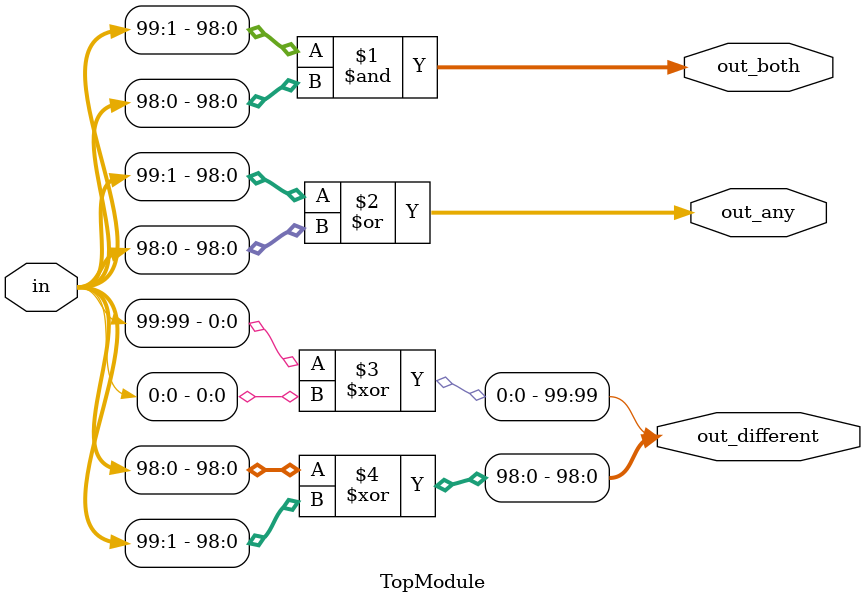
<source format=sv>

module TopModule (
  input [99:0] in,
  output [98:0] out_both,
  output [99:1] out_any,
  output [99:0] out_different
);
        assign out_both[98:0] = in[99:1] & in[98:0];
        assign out_any[99:1] = in[99:1] | in[0:98];
        assign out_different[99] = in[99] ^ in[0];
        assign out_different[98:0] = in[98:0] ^ in[99:1];

endmodule
/*Status: Error compiling testbench

Fail Messages:The testbench failed to compile. Please fix the module. The output of iverilog is as follows:
./execute_environment/design.sv:9: error: part select in[0:98] is out of order.
1 error(s) during elaboration.

*/
/*
inverse vector-bit selection
*/
</source>
